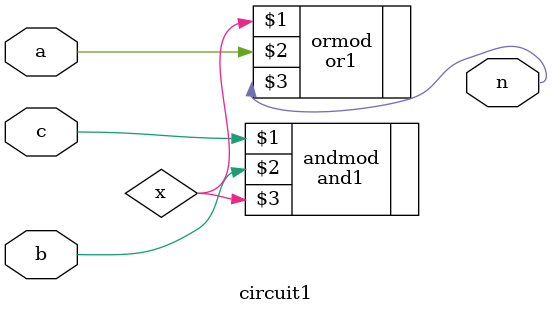
<source format=v>
module circuit1(a,b,c,n); 
    input a,b,c;
    output n;
    wire x;
and1 andmod(c,b,x);
or1 ormod(x,a,n);
endmodule

</source>
